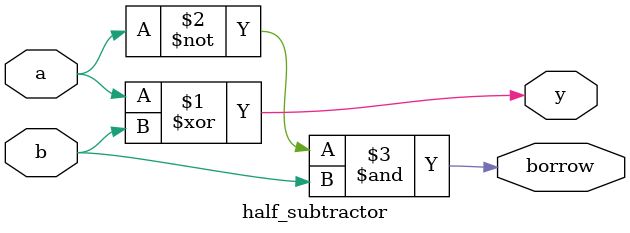
<source format=v>
module half_subtractor (
    input a,
    input b,
    output y,
    output borrow
);

assign y = a ^ b;
assign borrow = ~a & b;

endmodule
</source>
